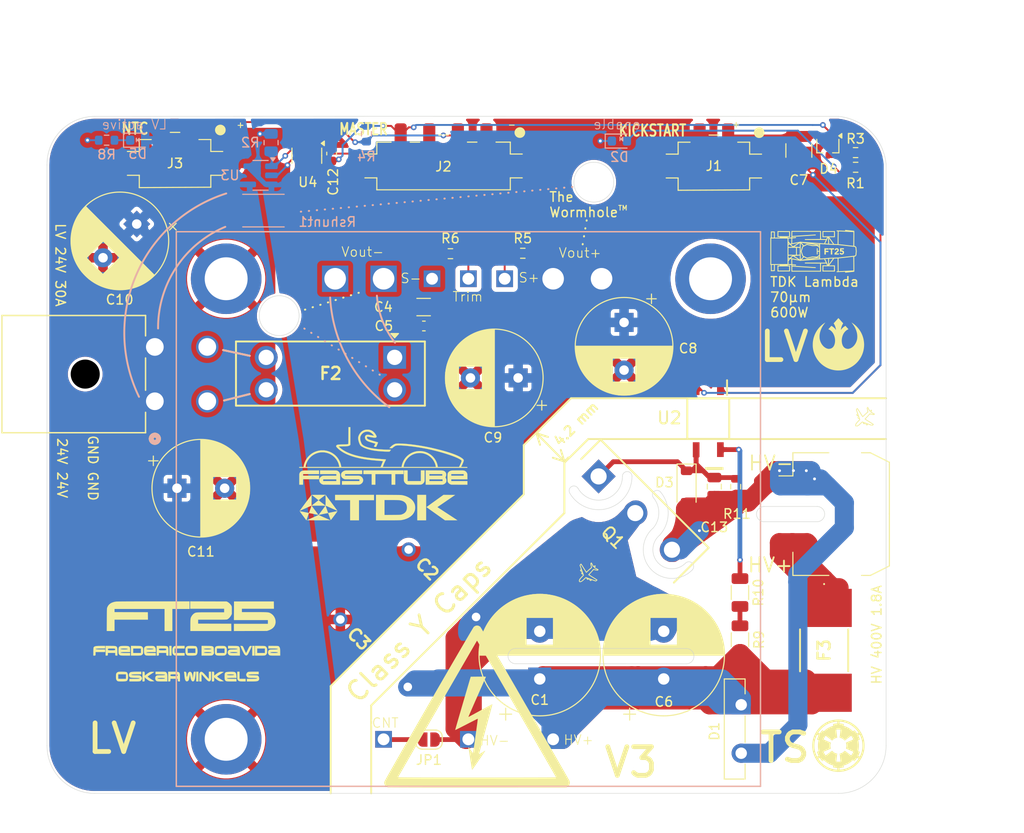
<source format=kicad_pcb>
(kicad_pcb
	(version 20241229)
	(generator "pcbnew")
	(generator_version "9.0")
	(general
		(thickness 1.67)
		(legacy_teardrops no)
	)
	(paper "A4")
	(layers
		(0 "F.Cu" mixed)
		(2 "B.Cu" mixed)
		(9 "F.Adhes" user "F.Adhesive")
		(11 "B.Adhes" user "B.Adhesive")
		(13 "F.Paste" user)
		(15 "B.Paste" user)
		(5 "F.SilkS" user "F.Silkscreen")
		(7 "B.SilkS" user "B.Silkscreen")
		(1 "F.Mask" user)
		(3 "B.Mask" user)
		(17 "Dwgs.User" user "User.Drawings")
		(19 "Cmts.User" user "User.Comments")
		(21 "Eco1.User" user "User.Eco1")
		(23 "Eco2.User" user "User.Eco2")
		(25 "Edge.Cuts" user)
		(27 "Margin" user)
		(31 "F.CrtYd" user "F.Courtyard")
		(29 "B.CrtYd" user "B.Courtyard")
		(35 "F.Fab" user)
		(33 "B.Fab" user)
		(39 "User.1" user)
		(41 "User.2" user)
		(43 "User.3" user)
		(45 "User.4" user)
		(47 "User.5" user)
		(49 "User.6" user)
		(51 "User.7" user)
		(53 "User.8" user)
		(55 "User.9" user)
	)
	(setup
		(stackup
			(layer "F.SilkS"
				(type "Top Silk Screen")
			)
			(layer "F.Paste"
				(type "Top Solder Paste")
			)
			(layer "F.Mask"
				(type "Top Solder Mask")
				(thickness 0.01)
			)
			(layer "F.Cu"
				(type "copper")
				(thickness 0.07)
			)
			(layer "dielectric 1"
				(type "core")
				(thickness 1.51)
				(material "FR4")
				(epsilon_r 4.5)
				(loss_tangent 0.02)
			)
			(layer "B.Cu"
				(type "copper")
				(thickness 0.07)
			)
			(layer "B.Mask"
				(type "Bottom Solder Mask")
				(thickness 0.01)
			)
			(layer "B.Paste"
				(type "Bottom Solder Paste")
			)
			(layer "B.SilkS"
				(type "Bottom Silk Screen")
			)
			(copper_finish "None")
			(dielectric_constraints no)
		)
		(pad_to_mask_clearance 0)
		(allow_soldermask_bridges_in_footprints no)
		(tenting front back)
		(grid_origin 154.6 131.4)
		(pcbplotparams
			(layerselection 0x00000000_00000000_55555555_5755f5ff)
			(plot_on_all_layers_selection 0x00000000_00000000_00000000_00000000)
			(disableapertmacros no)
			(usegerberextensions no)
			(usegerberattributes yes)
			(usegerberadvancedattributes yes)
			(creategerberjobfile no)
			(dashed_line_dash_ratio 12.000000)
			(dashed_line_gap_ratio 3.000000)
			(svgprecision 4)
			(plotframeref no)
			(mode 1)
			(useauxorigin yes)
			(hpglpennumber 1)
			(hpglpenspeed 20)
			(hpglpendiameter 15.000000)
			(pdf_front_fp_property_popups yes)
			(pdf_back_fp_property_popups yes)
			(pdf_metadata yes)
			(pdf_single_document no)
			(dxfpolygonmode yes)
			(dxfimperialunits yes)
			(dxfusepcbnewfont yes)
			(psnegative no)
			(psa4output no)
			(plot_black_and_white yes)
			(plotinvisibletext no)
			(sketchpadsonfab no)
			(plotpadnumbers no)
			(hidednponfab no)
			(sketchdnponfab yes)
			(crossoutdnponfab yes)
			(subtractmaskfromsilk yes)
			(outputformat 1)
			(mirror no)
			(drillshape 0)
			(scaleselection 1)
			(outputdirectory "gerber/")
		)
	)
	(net 0 "")
	(net 1 "/-VIN")
	(net 2 "GND")
	(net 3 "Net-(D4-Pad3)")
	(net 4 "/+VIN")
	(net 5 "+3V3")
	(net 6 "/LV+")
	(net 7 "/3V_buttoncell")
	(net 8 "/TEMP_TSDCDC")
	(net 9 "/HV-in")
	(net 10 "/LV_I_measure")
	(net 11 "/I_meas_weak")
	(net 12 "Net-(U1-+S)")
	(net 13 "Net-(D2-A)")
	(net 14 "Net-(D5-K)")
	(net 15 "/Vout+")
	(net 16 "Net-(R3-Pad2)")
	(net 17 "Net-(U1-TRM)")
	(net 18 "/HV+in")
	(net 19 "/Enable_G")
	(net 20 "/Enable_Opto")
	(net 21 "Net-(JP1-A)")
	(net 22 "Net-(R10-Pad1)")
	(net 23 "/Vout-")
	(footprint "Capacitor_SMD:C_1210_3225Metric" (layer "F.Cu") (at 178.85 64.58 -90))
	(footprint "Resistor_SMD:R_0603_1608Metric" (layer "F.Cu") (at 184.8 64.8))
	(footprint "footprints:airplane" (layer "F.Cu") (at 156.66 108.97 135))
	(footprint "Capacitor_SMD:C_0805_2012Metric" (layer "F.Cu") (at 169.984939 99.830663 -90))
	(footprint "footprints:VY1471M29Y5UC63V0" (layer "F.Cu") (at 130.766058 113.762876 -45))
	(footprint "footprints:rebellion" (layer "F.Cu") (at 183 84.9))
	(footprint "FaSTTUBe_connectors:Micro_Mate-N-Lok_2p_vertical" (layer "F.Cu") (at 169.94 66.21))
	(footprint "Capacitor_THT:CP_Radial_D12.5mm_P5.00mm" (layer "F.Cu") (at 151.679369 120.000968 90))
	(footprint "Capacitor_THT:CP_Radial_D10.0mm_P5.00mm" (layer "F.Cu") (at 109.411454 72.292233 -135))
	(footprint "LOGO"
		(layer "F.Cu")
		(uuid "36ea3436-548e-4414-bac1-a7348850c228")
		(at 180.33 75.14)
		(property "Reference" "G***"
			(at 0 0 0)
			(layer "F.SilkS")
			(hide yes)
			(uuid "f973503b-fa37-47d9-b20f-d30676bb0e6c")
			(effects
				(font
					(size 1.5 1.5)
					(thickness 0.3)
				)
			)
		)
		(property "Value" "LOGO"
			(at 0.75 0 0)
			(layer "F.SilkS")
			(hide yes)
			(uuid "6387be7f-2b16-465c-8f89-140f5aa812b4")
			(effects
				(font
					(size 1.5 1.5)
					(thickness 0.3)
				)
			)
		)
		(property "Datasheet" ""
			(at 0 0 0)
			(layer "F.Fab")
			(hide yes)
			(uuid "41393a24-4ba8-4af2-84c5-5556a5cd9241")
			(effects
				(font
					(size 1.27 1.27)
					(thickness 0.15)
				)
			)
		)
		(property "Description" ""
			(at 0 0 0)
			(layer "F.Fab")
			(hide yes)
			(uuid "47d9374d-4d87-4be0-875b-3451ee135b5f")
			(effects
				(font
					(size 1.27 1.27)
					(thickness 0.15)
				)
			)
		)
		(attr board_only exclude_from_pos_files exclude_from_bom)
		(fp_poly
			(pts
				(xy 2.210106 -0.240934) (xy 2.210106 -0.176067) (xy 2.115122 -0.176067) (xy 2.020138 -0.176067)
				(xy 2.020138 0.088034) (xy 2.020138 0.352134) (xy 1.948322 0.352134) (xy 1.876505 0.352134) (xy 1.876505 0.088034)
				(xy 1.876505 -0.176067) (xy 1.781521 -0.176067) (xy 1.686538 -0.176067) (xy 1.686538 -0.240935)
				(xy 1.686537 -0.305801) (xy 1.948322 -0.305801) (xy 2.210106 -0.305801)
			)
			(stroke
				(width 0)
				(type solid)
			)
			(fill yes)
			(layer "F.SilkS")
			(uuid "7df8e5e8-4ee8-444f-be4a-2fc6df64b466")
		)
		(fp_poly
			(pts
				(xy 1.644837 -0.238617) (xy 1.644837 -0.171435) (xy 1.49657 -0.171434) (xy 1.348303 -0.171434) (xy 1.348303 -0.10425)
				(xy 1.348303 -0.037067) (xy 1.484987 -0.037067) (xy 1.621671 -0.037067) (xy 1.621671 0.030116) (xy 1.621671 0.0973)
				(xy 1.484987 0.0973) (xy 1.348303 0.0973) (xy 1.348303 0.224717) (xy 1.348303 0.352134) (xy 1.27417 0.352134)
				(xy 1.200036 0.352134) (xy 1.200036 0.023167) (xy 1.200037 -0.305801) (xy 1.422437 -0.305801) (xy 1.644836 -0.305801)
			)
			(stroke
				(width 0)
				(type solid)
			)
			(fill yes)
			(layer "F.SilkS")
			(uuid "79488fa3-17fb-4e16-b5f3-2b64540a352f")
		)
		(fp_poly
			(pts
				(xy 2.532179 -0.312678) (xy 2.576155 -0.304473) (xy 2.614922 -0.2894) (xy 2.648 -0.267744) (xy 2.67491 -0.239793)
				(xy 2.695172 -0.205832) (xy 2.704208 -0.181813) (xy 2.708716 -0.159076) (xy 2.7108 -0.130942) (xy 2.71048 -0.100955)
				(xy 2.707773 -0.072656) (xy 2.703574 -0.052464) (xy 2.698715 -0.037255) (xy 2.692926 -0.02316) (xy 2.685517 -0.009402)
				(xy 2.675798 0.004797) (xy 2.663078 0.020215) (xy 2.646666 0.037632) (xy 2.625872 0.057823) (xy 2.600005 0.081568)
				(xy 2.568374 0.109644) (xy 2.53029 0.142829) (xy 2.529931 0.14314) (xy 2.430439 0.229351) (xy 2.575106 0.230575)
				(xy 2.719774 0.231799) (xy 2.719774 0.291967) (xy 2.719774 0.352134) (xy 2.490308 0.352134) (xy 2.260843 0.352134)
				(xy 2.262116 0.277056) (xy 2.263389 0.201979) (xy 2.356056 0.119177) (xy 2.402943 0.077122) (xy 2.443117 0.04073)
				(xy 2.476929 0.009665) (xy 2.504727 -0.016408) (xy 2.526863 -0.037827) (xy 2.543685 -0.054929) (xy 2.555544 -0.06805)
				(xy 2.562789 -0.077524) (xy 2.565176 -0.081851) (xy 2.5716 -0.10729) (xy 2.569746 -0.130812) (xy 2.56056 -0.15134)
				(xy 2.544994 -0.167801) (xy 2.523994 -0.179121) (xy 2.49851 -0.184225) (xy 2.475724 -0.18314) (xy 2.452963 -0.175273)
				(xy 2.433454 -0.159912) (xy 2.418912 -0.1387) (xy 2.413064 -0.123046) (xy 2.407173 -0.101018) (xy 2.367714 -0.103927)
				(xy 2.344598 -0.10571) (xy 2.320508 -0.107692) (xy 2.30031 -0.109471) (xy 2.298702 -0.109622) (xy 2.269145 -0.112408)
				(xy 2.272093 -0.14061) (xy 2.280459 -0.177948) (xy 2.296913 -0.213524) (xy 2.320278 -0.245457) (xy 2.349375 -0.271863)
				(xy 2.357833 -0.277654) (xy 2.388158 -0.29404) (xy 2.420755 -0.305158) (xy 2.458064 -0.31171) (xy 2.483473 -0.313727)
			)
			(stroke
				(width 0)
				(type solid)
			)
			(fill yes)
			(layer "F.SilkS")
			(uuid "c06ae400-d6b0-4739-b2a0-6d35249e5efc")
		)
		(fp_poly
			(pts
				(xy 3.243342 -0.245567) (xy 3.243342 -0.185334) (xy 3.111291 -0.185334) (xy 2.979241 -0.185333)
				(xy 2.979241 -0.135525) (xy 2.979241 -0.085718) (xy 3.035999 -0.085703) (xy 3.075658 -0.084189)
				(xy 3.108746 -0.079239) (xy 3.137528 -0.070212) (xy 3.16427 -0.05647) (xy 3.181956 -0.044466) (xy 3.203555 -0.026318)
				(xy 3.221029 -0.006004) (xy 3.236416 0.019128) (xy 3.246178 0.039116) (xy 3.254238 0.063529) (xy 3.259574 0.09369)
				(xy 3.261941 0.126422) (xy 3.261098 0.158544) (xy 3.257324 0.184609) (xy 3.244399 0.223685) (xy 3.224208 0.260227)
				(xy 3.198098 0.292412) (xy 3.167418 0.318418) (xy 3.150847 0.328502) (xy 3.111135 0.345164) (xy 3.066727 0.356095)
				(xy 3.020478 0.360938) (xy 2.975243 0.359334) (xy 2.945754 0.354196) (xy 2.903627 0.339619) (xy 2.867264 0.317857)
				(xy 2.836999 0.289211) (xy 2.813163 0.253981) (xy 2.79881 0.220868) (xy 2.79432 0.207035) (xy 2.791744 0.197519)
				(xy 2.791552 0.194601) (xy 2.796444 0.193609) (xy 2.808775 0.190877) (xy 2.826961 0.186759) (xy 2.849416 0.181613)
				(xy 2.863407 0.178384) (xy 2.887539 0.172819) (xy 2.908262 0.168078) (xy 2.924002 0.164518) (xy 2.933186 0.162495)
				(xy 2.934883 0.162167) (xy 2.937199 0.166065) (xy 2.941475 0.175947) (xy 2.943919 0.182163) (xy 2.957618 0.206359)
				(xy 2.976856 0.224378) (xy 2.999977 0.235881) (xy 3.025322 0.240528) (xy 3.051235 0.23798) (xy 3.076057 0.227898)
				(xy 3.095075 0.213134) (xy 3.111612 0.190456) (xy 3.120769 0.164235) (xy 3.12262 0.136431) (xy 3.117245 0.108995)
				(xy 3.10472 0.083886) (xy 3.089275 0.066498) (xy 3.070671 0.05315) (xy 3.049056 0.043822) (xy 3.022749 0.038071)
				(xy 2.990066 0.035457) (xy 2.969974 0.03519) (xy 2.940708 0.035905) (xy 2.915232 0.038169) (xy 2.889963 0.042519)
				(xy 2.861313 0.04949) (xy 2.845988 0.053732) (xy 2.835519 0.056704) (xy 2.838042 -0.086323) (xy 2.838768 -0.123978)
				(xy 2.83959 -0.160526) (xy 2.840463 -0.194417) (xy 2.841344 -0.224098) (xy 2.842188 -0.248021) (xy 2.842954 -0.264633)
				(xy 2.843135 -0.267576) (xy 2.845706 -0.305801) (xy 3.044525 -0.305801) (xy 3.243342 -0.305801)
			)
			(stroke
				(width 0)
				(type solid)
			)
			(fill yes)
			(layer "F.SilkS")
			(uuid "5a963cb9-9510-4127-9f96-127e7c222fca")
		)
		(fp_poly
			(pts
				(xy 3.38727 -2.232811) (xy 3.40086 -2.231479) (xy 3.422092 -2.229358) (xy 3.450178 -2.22653) (xy 3.484329 -2.223073)
				(xy 3.523759 -2.219069) (xy 3.567678 -2.214599) (xy 3.615297 -2.209743) (xy 3.66583 -2.204582) (xy 3.718489 -2.199197)
				(xy 3.772484 -2.193667) (xy 3.827029 -2.188075) (xy 3.881335 -2.182501) (xy 3.934614 -2.177024)
				(xy 3.986077 -2.171727) (xy 4.034939 -2.166689) (xy 4.080407 -2.161992) (xy 4.121698 -2.157716)
				(xy 4.158021 -2.153941) (xy 4.188587 -2.150748) (xy 4.200017 -2.149547) (xy 4.234253 -2.145885)
				(xy 4.265408 -2.142435) (xy 4.292316 -2.139335) (xy 4.31381 -2.136726) (xy 4.328722 -2.134745) (xy 4.335885 -2.133532)
				(xy 4.336334 -2.133359) (xy 4.336533 -2.128574) (xy 4.336655 -2.115023) (xy 4.336705 -2.093209)
				(xy 4.336684 -2.063633) (xy 4.336595 -2.026795) (xy 4.33644 -1.983198) (xy 4.336223 -1.933343) (xy 4.335944 -1.877731)
				(xy 4.335608 -1.816864) (xy 4.335216 -1.751243) (xy 4.33477 -1.681369) (xy 4.334273 -1.607743) (xy 4.333728 -1.530869)
				(xy 4.333136 -1.451244) (xy 4.332871 -1.416624) (xy 4.332241 -1.334602) (xy 4.331634 -1.254271)
				(xy 4.33105 -1.176204) (xy 4.330496 -1.10097) (xy 4.329976 -1.029142) (xy 4.329492 -0.961291) (xy 4.329052 -0.897987)
				(xy 4.328655 -0.839801) (xy 4.328308 -0.787305) (xy 4.328013 -0.741071) (xy 4.327776 -0.701668)
				(xy 4.327599 -0.669669) (xy 4.327487 -0.645643) (xy 4.327444 -0.630164) (xy 4.327444 -0.627586)
				(xy 4.327545 -0.55322) (xy 4.37377 -0.54809) (xy 4.419996 -0.542959) (xy 4.484971 -0.483626) (xy 4.505281 -0.464833)
				(xy 4.522986 -0.44798) (xy 4.537024 -0.434118) (xy 4.546333 -0.424295) (xy 4.54985 -0.419562) (xy 4.549855 -0.419489)
				(xy 4.550293 -0.414027) (xy 4.551582 -0.400285) (xy 4.55363 -0.379199) (xy 4.556344 -0.351708) (xy 4.55963 -0.31875)
				(xy 4.563396 -0.281261) (xy 4.567548 -0.240179) (xy 4.571355 -0.202709) (xy 4.592945 0.009267) (xy 4.571355 0.221242)
				(xy 4.566945 0.264663) (xy 4.562841 0.305296) (xy 4.559137 0.342206) (xy 4.555926 0.374453) (xy 4.553301 0.401102)
				(xy 4.551353 0.421213) (xy 4.550178 0.433849) (xy 4.549855 0.438022) (xy 4.546612 0.442512) (xy 4.537531 0.452137)
				(xy 4.523674 0.465847) (xy 4.506105 0.482593) (xy 4.485885 0.501324) (xy 4.484971 0.50216) (xy 4.419997 0.561493)
				(xy 4.373769 0.566623) (xy 4.327545 0.571753) (xy 4.327444 0.646119) (xy 4.327469 0.65926) (xy 4.327563 0.681097)
				(xy 4.327723 0.711058) (xy 4.327945 0.748571) (xy 4.328225 0.793067) (xy 4.328559 0.843974) (xy 4.328943 0.90072)
				(xy 4.329373 0.962734) (xy 4.329846 1.029446) (xy 4.330356 1.100286) (xy 4.330901 1.17468) (xy 4.331477 1.252059)
				(xy 4.332079 1.33185) (xy 4.332704 1.413485) (xy 4.332871 1.435157) (xy 4.333481 1.5158) (xy 4.334047 1.593906)
				(xy 4.334564 1.668978) (xy 4.335032 1.740512) (xy 4.335447 1.808006) (xy 4.335808 1.870958) (xy 4.336111 1.928869)
				(xy 4.336355 1.981237) (xy 4.336537 2.02756) (xy 4.336653 2.067337) (xy 4.336704 2.100067) (xy 4.336685 2.125248)
				(xy 4.336594 2.142379) (xy 4.336429 2.150958) (xy 4.336335 2.151893) (xy 4.331377 2.152884) (xy 4.318367 2.15468)
				(xy 4.298472 2.157138) (xy 4.272859 2.160123) (xy 4.242694 2.163495) (xy 4.209148 2.167117) (xy 4.200017 2.168082)
				(xy 4.172233 2.170992) (xy 4.138346 2.174521) (xy 4.099146 2.178586) (xy 4.055419 2.183108) (xy 4.007954 2.188005)
				(xy 3.957539 2.193199) (xy 3.904962 2.198607) (xy 3.851011 2.204148) (xy 3.796475 2.209742) (xy 3.742141 2.215309)
				(xy 3.688796 2.220768) (xy 3.63723 2.226037) (xy 3.588231 2.231037) (xy 3.542586 2.235687) (xy 3.501083 2.239906)
				(xy 3.464512 2.243614) (xy 3.433658 2.246729) (xy 3.409312 2.249172) (xy 3.39226 2.250859) (xy 3.383291 2.251715)
				(xy 3.382109 2.251806) (xy 3.380255 2.247528) (xy 3.378178 2.23608) (xy 3.376217 2.219545) (xy 3.37545 2.210835)
				(xy 3.3736 2.191763) (xy 3.371439 2.175942) (xy 3.369333 2.165869) (xy 3.368582 2.163999) (xy 3.368194 2.163123)
				(xy 3.367841 2.162336) (xy 3.367055 2.161657) (xy 3.365358 2.161104) (xy 3.362276 2.160697) (xy 3.357337 2.160453)
				(xy 3.350069 2.160392) (xy 3.339994 2.160532) (xy 3.32664 2.16089) (xy 3.309536 2.161487) (xy 3.288204 2.162341)
				(xy 3.26217 2.16347) (xy 3.230964 2.164892) (xy 3.19411 2.166627) (xy 3.151135 2.168692) (xy 3.101565 2.171107)
				(xy 3.044926 2.17389) (xy 2.980744 2.177059) (xy 2.908545 2.180634) (xy 2.827857 2.184632) (xy 2.773776 2.187311)
				(xy 2.723126 2.189773) (xy 2.675244 2.19201) (xy 2.630927 2.19399) (xy 2.590972 2.195683) (xy 2.556177 2.197057)
				(xy 2.52734 2.198081) (xy 2.505257 2.198724) (xy 2.490727 2.198954) (xy 2.484548 2.198738) (xy 2.484397 2.198675)
				(xy 2.482972 2.193086) (xy 2.4815 2.180449) (xy 2.480208 2.162975) (xy 2.479683 2.152716) (xy 2.477796 2.109587)
				(xy 2.502643 2.106603) (xy 2.520245 2.105084) (xy 2.542271 2.103995) (xy 2.563398 2.103579) (xy 2.599307 2.103539)
				(xy 2.599205 2.03983) (xy 2.599136 2.026958) (xy 2.59896 2.005475) (xy 2.598682 1.976034) (xy 2.598313 1.939289)
				(xy 2.597857 1.895895) (xy 2.597323 1.846507) (xy 2.596718 1.791777) (xy 2.596049 1.732363) (xy 2.595323 1.668916)
				(xy 2.594547 1.602089) (xy 2.593729 1.53254) (xy 2.592876 1.460921) (xy 2.592357 1.417804) (xy 2.591488 1.345622)
				(xy 2.590651 1.275356) (xy 2.589851 1.207638) (xy 2.589097 1.143098) (xy 2.588395 1.08237) (xy 2.587752 1.026085)
				(xy 2.587175 0.974875) (xy 2.586672 0.929372) (xy 2.58625 0.890208) (xy 2.585916 0.858015) (xy 2.585677 0.833425)
				(xy 2.585539 0.817069) (xy 2.585508 0.811266) (xy 2.585407 0.763045) (xy 2.477681 0.76615) (xy 2.420738 0.767807)
				(xy 2.372367 0.769264) (xy 2.331872 0.770562) (xy 2.298559 0.771745) (xy 2.271738 0.772854) (xy 2.250712 0.773931)
				(xy 2.234789 0.775018) (xy 2.223275 0.776158) (xy 2.215478 0.777392) (xy 2.210703 0.778764) (xy 2.208257 0.780313)
				(xy 2.207447 0.782084) (xy 2.207419 0.782564) (xy 2.204733 0.787317) (xy 2.196946 0.798996) (xy 2.184444 0.817061)
				(xy 2.167617 0.84097) (xy 2.146849 0.870183) (xy 2.122527 0.90416) (xy 2.09504 0.94236) (xy 2.064773 0.984242)
				(xy 2.032115 1.029266) (xy 1.99745 1.07689) (xy 1.961168 1.126575) (xy 1.960005 1.128165) (xy 1.923623 1.177986)
				(xy 1.888809 1.225823) (xy 1.855956 1.271128) (xy 1.825453 1.313354) (xy 1.797694 1.351955) (xy 1.773068 1.386383)
				(xy 1.751966 1.416092) (xy 1.734781 1.440534) (xy 1.721903 1.459162) (xy 1.713724 1.47143) (xy 1.710635 1.47679)
				(xy 1.710627 1.476824) (xy 1.708624 1.487304) (xy 2.003382 1.487304) (xy 2.298139 1.487304) (xy 2.298144 1.583446)
				(xy 2.298213 1.608384) (xy 2.298406 1.641116) (xy 2.29871 1.680174) (xy 2.299111 1.724089) (xy 2.299595 1.771389)
				(xy 2.300147 1.820606) (xy 2.300755 1.870268) (xy 2.301218 1.905463) (xy 2.304286 2.131339) (xy 1.647305 2.131339)
				(xy 0.990323 2.131339) (xy 0.993195 2.113964) (xy 0.993689 2.106417) (xy 0.994158 2.090423) (xy 0.994594 2.066805)
				(xy 0.99496 2.038672) (xy 1.08875 2.038672) (xy 1.647111 2.038672) (xy 2.205472 2.038672) (xy 2.205472 1.809321)
				(xy 2.205472 1.579971) (xy 1.656421 1.579199) (xy 1.585739 1.579096) (xy 1.517565 1.578991) (xy 1.452484 1.578885)
				(xy 1.391074 1.578779) (xy 1.333918 1.578675) (xy 1.281595 1.578571) (xy 1.234689 1.578472) (xy 1.193778 1.578378)
				(xy 1.159447 1.57829) (xy 1.132272 1.578209) (xy 1.112838 1.578137) (xy 1.101725 1.578074) (xy 1.099261 1.57804)
				(xy 1.097423 1.578408) (xy 1.095875 1.580202) (xy 1.094589 1.584173) (xy 1.093535 1.591074) (xy 1.092682 1.601656)
				(xy 1.091999 1.61667) (xy 1.091456 1.636869) (xy 1.091023 1.663004) (xy 1.090669 1.695827) (xy 1.090364 1.736087)
				(xy 1.090077 1.784539) (xy 1.089951 1.808163) (xy 1.08875 2.038672) (xy 0.99496 2.038672) (xy 0.99499 2.036382)
				(xy 0.995338 1.999975) (xy 0.995631 1.958404) (xy 0.995862 1.912492) (xy 0.996024 1.863057) (xy 0.996108 1.810921)
				(xy 0.996118 1.78963) (xy 0.996169 1.482671) (xy 1.242123 1.482671) (xy 1.291787 1.482595) (xy 1.337431 1.482378)
				(xy 1.378334 1.48203) (xy 1.413769 1.481564) (xy 1.443013 1.480992) (xy 1.465339 1.480327) (xy 1.480024 1.47958)
				(xy 1.486341 1.478764) (xy 1.486531 1.478558) (xy 1.484152 1.47334) (xy 1.478357 1.461039) (xy 1.469747 1.442919)
				(xy 1.458926 1.420247) (xy 1.446495 1.394288) (xy 1.441011 1.382862) (xy 1.397037 1.291279) (xy 1.283478 1.294298)
				(xy 1.249685 1.295057) (xy 1.208904 1.295746) (xy 1.163413 1.296342) (xy 1.11549 1.296818) (xy 1.067413 1.297151)
				(xy 1.021462 1.297314) (xy 1.006594 1.297327) (xy 0.843269 1.297337) (xy 0.843269 1.721288) (xy 0.843269 2.145239)
				(xy -0.708148 2.145239) (xy -2.259563 2.145239) (xy -2.262634 1.935978) (xy -2.263315 1.886185)
				(xy -2.263944 1.833688) (xy -2.264503 1.780411) (xy -2.264976 1.728276) (xy -2.265345 1.679207)
				(xy -2.265592 1.635127) (xy -2.265702 1.59796) (xy -2.265706 1.590794) (xy -2.265739 1.55167) (xy -2.265876 1.520834)
				(xy -2.266173 1.497306) (xy -2.266692 1.480108) (xy -2.26749 1.46826) (xy -2.268626 1.460783) (xy -2.270157 1.456697)
				(xy -2.272141 1.455025) (xy -2.273814 1.454766) (xy -2.280294 1.454537) (xy -2.294854 1.453935)
				(xy -2.316319 1.453013) (xy -2.343512 1.451821) (xy -2.37526 1.450411) (xy -2.410382 1.448834) (xy -2.43019 1.447939)
				(xy -2.468142 1.446262) (xy -2.504686 1.44473) (xy -2.538371 1.443397) (xy -2.567745 1.442318) (xy -2.591357 1.441547)
				(xy -2.607758 1.441142) (xy -2.612049 1.441093) (xy -2.64564 1.44097) (xy -2.64564 1.468771) (xy -2.645639 1.496571)
				(xy -2.525331 1.496571) (xy -2.405021 1.496571) (xy -2.403705 1.805846) (xy -2.403515 1.858546)
				(xy -2.403401 1.908502) (xy -2.40336 1.954946) (xy -2.40339 1.997109) (xy -2.403489 2.034222) (xy -2.403653 2.065515)
				(xy -2.403881 2.090221) (xy -2.404171 2.107569) (xy -2.404518 2.116791) (xy -2.404706 2.118106)
				(xy -2.409529 2.11848) (xy -2.423095 2.118886) (xy -2.44488 2.119321) (xy -2.474362 2.119778) (xy -2.511016 2.120253)
				(xy -2.554319 2.12074) (xy -2.603749 2.121235) (xy -2.658781 2.121732) (xy -2.718891 2.122227) (xy -2.783558 2.122715)
				(xy -2.852257 2.12319) (xy -2.924462 2.123648) (xy -2.999654 2.124083) (xy -3.0638 2.124423) (xy -3.720577 2.127757)
				(xy -3.720577 1.81448) (xy -3.720577 1.593871) (xy -3.62791 1.593871) (xy -3.62791 1.814711) (xy -3.62791 2.03555)
				(xy -3.411698 2.032478) (xy -3.369215 2.031948) (xy -3.31891 2.031448) (xy -3.262228 2.030984) (xy -3.200615 2.030565)
				(xy -3.135516 2.030198) (xy -3.068375 2.029891) (xy -3.000637 2.029653) (xy -2.933749 2.02949) (xy -2.869154 2.029412)
				(xy -2.846385 2.029405) (xy -2.497283 2.029405) (xy -2.498486 1.81048) (xy -2.49969 1.591554) (xy -2.537915 1.591676)
				(xy -2.547579 1.591701) (xy -2.565869 1.591743) (xy -2.592146 1.591801) (xy -2.62577 1.591872) (xy -2.666099 1.591957)
				(xy -2.712496 1.592053) (xy -2.764319 1.592159) (xy -2.820929 1.592274) (xy -2.881685 1.592396)
				(xy -2.945948 1.592525) (xy -3.013077 1.592659) (xy -3.082432 1.592796) (xy -3.102025 1.592834)
				(xy -3.62791 1.593871) (xy -3.720577 1.593871) (xy -3.720577 1.501204) (xy -3.654551 1.501183) (xy -3.624666 1.500936)
				(xy -3.592334 1.500279) (xy -3.561481 1.499312) (xy -3.536401 1.498158) (xy -3.484276 1.495155)
				(xy -3.484276 1.468063) (xy -3.484276 1.44097) (xy -3.740716 1.44097) (xy -3.997156 1.44097) (xy -4.000524 1.764101)
				(xy -4.001097 1.817922) (xy -4.001663 1.868962) (xy -4.002214 1.916476) (xy -4.002738 1.959718)
				(xy -4.003227 1.997942) (xy -4.00367 2.030405) (xy -4.004058 2.056359) (xy -4.004382 2.07506) (xy -4.004631 2.085762)
				(xy -4.004755 2.088096) (xy -4.009616 2.088576) (xy -4.02259 2.089168) (xy -4.042528 2.089847) (xy -4.068278 2.090589)
				(xy -4.098689 2.091373) (xy -4.132609 2.092176) (xy -4.168888 2.092974) (xy -4.206373 2.093745)
				(xy -4.243913 2.094466) (xy -4.28036 2.095114) (xy -4.314559 2.095667) (xy -4.34536 2.096101) (xy -4.371612 2.096393)
				(xy -4.392163 2.096521) (xy -4.405862 2.096463) (xy -4.411559 2.096194) (xy -4.41163 2.096166) (xy -4.412287 2.091243)
				(xy -4.412909 2.077802) (xy -4.413489 2.056593) (xy -4.414016 2.028365) (xy -4.414482 1.993867)
				(xy -4.414878 1.953848) (xy -4.415193 1.909058) (xy -4.415422 1.860246) (xy -4.415551 1.808161)
				(xy -4.415578 1.769665) (xy -4.415578 1.445919) (xy -4.322912 1.44592) (xy -4.322911 1.632667) (xy -4.32283 1.677998)
				(xy -4.322597 1.724363) (xy -4.322233 1.770035) (xy -4.321755 1.813286) (xy -4.321184 1.852391)
				(xy -4.320538 1.885623) (xy -4.319861 1.910511) (xy -4.31681 2.001605) (xy -4.27237 2.001588) (xy -4.250095 2.001348)
				(xy -4.222113 2.000707) (xy -4.191967 1.999762) (xy -4.163205 1.99861) (xy -4.162654 1.998585) (xy -4.09738 1.995599)
				(xy -4.094329 1.722449) (xy -4.093807 1.672987) (xy -4.093375 1.626306) (xy -4.093037 1.583227)
				(xy -4.092796 1.544568) (xy -4.092653 1.51115) (xy -4.092615 1.483793) (xy -4.092685 1.463316) (xy -4.092866 1.450539)
				(xy -4.09313 1.446294) (xy -4.09808 1.445515) (xy -4.111021 1.444917) (xy -4.130668 1.444519) (xy -4.155749 1.444338)
				(xy -4.184984 1.444394) (xy -4.208947 1.444604) (xy -4.322912 1.44592) (xy -4.415578 1.445919) (xy -4.415578 1.445604)
				(xy -4.44609 1.445604) (xy -4.476601 1.445603) (xy -4.472918 1.340195) (xy -4.472551 1.32484) (xy -4.472203 1.300703)
				(xy -4.471875 1.268271) (xy -4.471567 1.22803) (xy -4.471279 1.180464) (xy -4.47101 1.126058) (xy -4.470761 1.065302)
				(xy -4.470532 0.998677) (xy -4.470323 0.92667) (xy -4.470132 0.849767) (xy -4.469964 0.768454) (xy -4.469814 0.683216)
				(xy -4.469683 0.594538) (xy -4.469572 0.502907) (xy -4.469482 0.408808) (xy -4.469412 0.312726)
				(xy -4.469361 0.215146) (xy -4.469329 0.116557) (xy -4.469318 0.017441) (xy -4.469319 0.009267)
				(xy -4.376195 0.009267) (xy -4.376195 1.348304) (xy -3.921735 1.348303) (xy -3.84542 1.348265) (xy -3.763054 1.348156)
				(xy -3.676284 1.347978) (xy -3.586755 1.34774) (xy -3.496112 1.347448) (xy -3.4755 1.34737) (xy -2.566874 1.347369)
				(xy -2.510115 1.350271) (xy -2.485398 1.351507) (xy -2.454562 1.353009) (xy -2.420743 1.354622)
				(xy -2.387079 1.356201) (xy -2.369956 1.35699) (xy -2.342439 1.358262) (xy -2.317591 1.359435) (xy -2.297116 1.360426)
				(xy -2.28272 1.361153) (xy -2.27648 1.361507) (xy -2.266404 1.362204) (xy -2.268995 1.099261) (xy -2.269489 1.050816)
				(xy -2.269988 1.005216) (xy -2.270479 0.963292) (xy -2.270952 0.925869) (xy -2.271395 0.893779)
				(xy -2.271407 0.893007) (xy -2.176597 0.893007) (xy -2.176496 0.920555) (xy -2.176287 0.953996)
				(xy -2.175973 0.992488) (xy -2.175561 1.035186) (xy -2.175055 1.081248) (xy -2.174701 1.110891)
				(xy -2.17154 1.365972) (xy -2.129432 1.368977) (xy -2.067771 1.373609) (xy -2.010185 1.378392) (xy -1.957281 1.383255)
				(xy -1.909674 1.388125) (xy -1.867971 1.39293) (xy -1.832783 1.397595) (xy -1.80472 1.40205) (xy -1.784393 1.406223)
				(xy -1.772412 1.410037) (xy -1.769774 1.411753) (xy -1.769529 1.417538) (xy -1.771735 1.42998) (xy -1.775956 1.446925)
				(xy -1.778921 1.457187) (xy -1.785239 1.477077) (xy -1.790133 1.489488) (xy -1.794401 1.495928)
				(xy -1.798845 1.497914) (xy -1.800426 1.497857) (xy -1.808153 1.49683) (xy -1.823059 1.494741) (xy -1.843149 1.491874)
				(xy -1.866434 1.488511) (xy -1.871871 1.48772) (xy -1.897523 1.484335) (xy -1.929466 1.480654) (xy -1.964746 1.476986)
				(xy -2.000406 1.473642) (xy -2.027089 1.471419) (xy -2.057452 1.46905) (xy -2.086497 1.466764) (xy -2.112259 1.464717)
				(xy -2.132778 1.463064) (xy -2.146087 1.461962) (xy -2.146397 1.461935) (xy -2.173039 1.459646)
				(xy -2.173039 1.489692) (xy -2.172691 1.506113) (xy -2.171285 1.515262) (xy -2.168279 1.519122)
				(xy -2.164797 1.519737) (xy -2.158723 1.520031) (xy -2.144281 1.520874) (xy -2.12235 1.522213) (xy -2.093809 1.52399)
				(xy -2.059538 1.526152) (xy -2.020415 1.528643) (xy -1.977319 1.531407) (xy -1.93113 1.534389) (xy -1.906488 1.535988)
				(xy -1.854929 1.539338) (xy -1.80268 1.542728) (xy -1.751135 1.546071) (xy -1.701688 1.549275) (xy -1.655732 1.55225)
				(xy -1.614661 1.554907) (xy -1.579869 1.557154) (xy -1.552749 1.558901) (xy -1.549854 1.559087)
				(xy -1.519396 1.561047) (xy -1.481663 1.56348) (xy -1.438624 1.566258) (xy -1.392251 1.569254) (xy -1.344516 1.57234)
				(xy -1.297389 1.575391) (xy -1.264903 1.577495) (xy -1.217015 1.580596) (xy -1.16498 1.583963) (xy -1.111213 1.587439)
				(xy -1.058137 1.590868) (xy -1.008165 1.594093) (xy -0.963719 1.596959) (xy -0.942887 1.598301)
				(xy -0.897305 1.601236) (xy -0.845716 1.60456) (xy -0.791355 1.608063) (xy -0.737462 1.611537) (xy -0.687275 1.614773)
				(xy -0.655619 1.616816) (xy -0.610848 1.619703) (xy -0.559926 1.622982) (xy -0.505948 1.626455)
				(xy -0.452011 1.629924) (xy -0.401211 1.633186) (xy -0.363718 1.635592) (xy -0.328419 1.637861)
				(xy -0.285555 1.640625) (xy -0.236806 1.643776) (xy -0.183852 1.647202) (xy -0.128376 1.650799)
				(xy -0.072057 1.654455) (xy -0.016577 1.658062) (xy 0.031407 1.661186) (xy 0.078504 1.664246) (xy 0.122931 1.667115)
				(xy 0.163807 1.669738) (xy 0.200251 1.672059) (xy 0.231381 1.674022) (xy 0.256316 1.675572) (xy 0.274174 1.676652)
				(xy 0.284073 1.677206) (xy 0.285714 1.677271) (xy 0.289145 1.678355) (xy 0.291125 1.682707) (xy 0.291847 1.691981)
				(xy 0.291504 1.70783) (xy 0.290854 1.721421) (xy 0.289553 1.740799) (xy 0.287959 1.756543) (xy 0.286321 1.766454)
				(xy 0.285478 1.768637) (xy 0.280651 1.768608) (xy 0.266958 1.768) (xy 0.24478 1.766836) (xy 0.214499 1.765141)
				(xy 0.176497 1.762937) (xy 0.131153 1.76025) (xy 0.078851 1.757101) (xy 0.019972 1.753516) (xy -0.045106 1.749517)
				(xy -0.115998 1.745128) (xy -0.192324 1.740372) (xy -0.273703 1.735274) (xy -0.359753 1.729857)
				(xy -0.450093 1.724144) (xy -0.544342 1.718159) (xy -0.642118 1.711925) (xy -0.743041 1.705468)
				(xy -0.846728 1.698808) (xy -0.944155 1.692531) (xy -1.050013 1.6857) (xy -1.153439 1.679031) (xy -1.254052 1.67255)
				(xy -1.351472 1.666279) (xy -1.445319 1.660243) (xy -1.535212 1.654466) (xy -1.620772 1.648974)
				(xy -1.701618 1.643789) (xy -1.77737 1.638936) (xy -1.847648 1.634441) (xy -1.912071 1.630326) (xy -1.97026 1.626617)
				(xy -2.021834 1.623337) (xy -2.066412 1.620512) (xy -2.103615 1.618164) (xy -2.133063 1.61632) (xy -2.154375 1.615002)
				(xy -2.167171 1.614236) (xy -2.171095 1.614039) (xy -2.171128 1.618662) (xy -2.171074 1.631645)
				(xy -2.170943 1.652082) (xy -2.170742 1.679067) (xy -2.170476 1.711694) (xy -2.170155 1.749057)
				(xy -2.169782 1.790249) (xy -2.169374 1.833647) (xy -2.167282 2.052572) (xy -0.707684 2.052572)
				(xy 0.751913 2.052572) (xy 0.748501 1.676113) (xy 0.747965 1.617934) (xy 0.747438 1.562492) (xy 0.746927 1.510476)
				(xy 0.746439 1.462575) (xy 0.745982 1.419482) (xy 0.745565 1.381879) (xy 0.745193 1.350461) (xy 0.744876 1.325917)
				(xy 0.74462 1.308934) (xy 0.744433 1.300203) (xy 0.74437 1.299146) (xy 0.739738 1.29906) (xy 0.726314 1.298912)
				(xy 0.704572 1.298707) (xy 0.674985 1.29845) (xy 0.63803 1.298141) (xy 0.594179 1.297786) (xy 0.543907 1.297389)
				(xy 0.487688 1.296953) (xy 0.425996 1.296482) (xy 0.359306 1.295979) (xy 0.288092 1.295448) (xy 0.212828 1.294894)
				(xy 0.133988 1.294318) (xy 0.052047 1.293726) (xy -0.032522 1.293121) (xy -0.050967 1.292989) (xy -0.136082 1.292366)
				(xy -0.218697 1.291727) (xy -0.298338 1.291076) (xy -0.374525 1.29042) (xy -0.446785 1.289762) (xy -0.51464 1.289109)
				(xy -0.577615 1.288467) (xy -0.635234 1.287838) (xy -0.687017 1.287229) (xy -0.732492 1.286647)
				(xy -0.771182 1.286094) (xy -0.80261 1.285578) (xy -0.8263 1.285103) (xy -0.841774 1.284674) (xy -0.848559 1.284296)
				(xy -0.848834 1.284224) (xy -0.849966 1.278521) (xy -0.850313 1.265798) (xy -0.849853 1.248265)
				(xy -0.849272 1.23771) (xy -0.84646 1.194313) (xy -0.241371 1.198332) (xy -0.165921 1.198806) (xy -0.087571 1.199245)
				(xy -0.006827 1.199647) (xy 0.075804 1.200015) (xy 0.159817 1.200345) (xy 0.244705 1.200641) (xy 0.329962 1.2009)
				(xy 0.415083 1.201123) (xy 0.49956 1.201308) (xy 0.582888 1.201456) (xy 0.664561 1.201569) (xy 0.744073 1.201645)
				(xy 0.820918 1.20168) (xy 0.894589 1.201678) (xy 0.964581 1.20164) (xy 1.030387 1.201562) (xy 1.091501 1.201446)
				(xy 1.147417 1.20129) (xy 1.19763 1.201096) (xy 1.241632 1.200862) (xy 1.278919 1.200589) (xy 1.308983 1.200276)
				(xy 1.331319 1.199923) (xy 1.34542 1.19953) (xy 1.35078 1.199096) (xy 1.350806 1.199078) (xy 1.349214 1.19475)
				(xy 1.344123 1.183101) (xy 1.336024 1.165174) (xy 1.325408 1.142014) (xy 1.312764 1.114663) (xy 1.298583 1.084164)
				(xy 1.283355 1.051563) (xy 1.26757 1.0179) (xy 1.251718 0.984222) (xy 1.23629 0.951571) (xy 1.221776 0.920988)
				(xy 1.208665 0.893521) (xy 1.197449 0.87021) (xy 1.188618 0.852101) (xy 1.18266 0.840235) (xy 1.180095 0.835685)
				(xy 1.175226 0.835695) (xy 1.161554 0.836353) (xy 1.139522 0.83763) (xy 1.10957 0.839495) (xy 1.07214 0.84192)
				(xy 1.027672 0.844876) (xy 0.976607 0.848331) (xy 0.919386 0.852257) (xy 0.85645 0.856627) (xy 0.788239 0.861409)
				(xy 0.715194 0.866573) (xy 0.685735 0.868667) (xy 0.663095 0.870269) (xy 0.632355 0.872428) (xy 0.594658 0.875065)
				(xy 0.551149 0.8781) (xy 0.502971 0.881454) (xy 0.451269 0.885047) (xy 0.397186 0.888799) (xy 0.341867 0.89263)
				(xy 0.286456 0.896461) (xy 0.284951 0.896566) (xy 0.176937 0.90403) (xy 0.077696 0.910891) (xy -0.013246 0.917182)
				(xy -0.09636 0.922935) (xy -0.172119 0.928184) (xy -0.240997 0.932962) (xy -0.303464 0.9373) (xy -0.359995 0.941234)
				(xy -0.411061 0.944794) (xy -0.457135 0.948013) (xy -0.49869 0.950924) (xy -0.536198 0.953561) (xy -0.549051 0.954467)
				(xy -0.578891 0.956562) (xy -0.616558 0.95919) (xy -0.660642 0.962254) (xy -0.709728 0.965655) (xy -0.7624 0.969296)
				(xy -0.817245 0.973079) (xy -0.872847 0.976906) (xy -0.927792 0.980679) (xy -0.949836 0.98219) (xy -1.01286 0.986511)
				(xy -1.067275 0.990257) (xy -1.113708 0.993486) (xy -1.152795 0.996259) (xy -1.185167 0.998635)
				(xy -1.211458 1.000672) (xy -1.232301 1.002429) (xy -1.248327 1.003966) (xy -1.26017 1.005342) (xy -1.268462 1.006617)
				(xy -1.273837 1.007848) (xy -1.276926 1.009095) (xy -1.278363 1.010417) (xy -1.27878 1.011874) (xy -1.278804 1.012926)
				(xy -1.282603 1.018344) (xy -1.286912 1.019325) (xy -1.292531 1.018476) (xy -1.306619 1.016012)
				(xy -1.328539 1.012051) (xy -1.357656 1.006711) (xy -1.393335 1.000111) (xy -1.434941 0.992369)
				(xy -1.481838 0.983603) (xy -1.533392 0.973932) (xy -1.588967 0.963474) (xy -1.647926 0.952347)
				(xy -1.709637 0.94067) (xy -1.734781 0.935903) (xy -1.797241 0.924076) (xy -1.857088 0.912784) (xy -1.913699 0.902139)
				(xy -1.953465 0.894691) (xy -1.182718 0.894691) (xy -1.181463 0.896526) (xy -1.178384 0.896375)
				(xy -1.172445 0.895435) (xy -1.157826 0.893191) (xy -1.135011 0.889716) (xy -1.104486 0.885085)
				(xy -1.066734 0.879368) (xy -1.022239 0.87264) (xy -0.971486 0.864975) (xy -0.914959 0.856444) (xy -0.853143 0.847121)
				(xy -0.786521 0.837079) (xy -0.736248 0.829506) (xy 1.283437 0.829506) (xy 1.285371 0.83409) (xy 1.290948 0.846313)
				(xy 1.299823 0.865444) (xy 1.311656 0.890755) (xy 1.326103 0.921518) (xy 1.342822 0.957002) (xy 1.361471 0.99648)
				(xy 1.381708 1.039222) (xy 1.403189 1.0845) (xy 1.404312 1.086863) (xy 1.426648 1.133895) (xy 1.448401 1.179705)
				(xy 1.46914 1.223387) (xy 1.488433 1.264033) (xy 1.50585 1.300734) (xy 1.52096 1.332582) (xy 1.53333 1.358667)
				(xy 1.542531 1.378082) (xy 1.547623 1.388845) (xy 1.556963 1.407744) (xy 1.565324 1.423077) (xy 1.571732 1.433155)
				(xy 1.575015 1.436337) (xy 1.580188 1.435472) (xy 1.580479 1.435179) (xy 1.580745 1.430338) (xy 1.581201 1.417174)
				(xy 1.581825 1.396605) (xy 1.582595 1.369556) (xy 1.58344 1.338627) (xy 1.677952 1.338627) (xy 1.678207 1.349718)
				(xy 1.678783 1.352937) (xy 1.681828 1.348916) (xy 1.689917 1.337994) (xy 1.702623 1.320751) (xy 1.719521 1.297767)
				(xy 1.740185 1.269622) (xy 1.764191 1.236896) (xy 1.791111 1.200169) (xy 1.820521 1.160021) (xy 1.851995 1.117032)
				(xy 1.885108 1.071782) (xy 1.889579 1.065669) (xy 1.9228 1.020219) (xy 1.954356 0.976973) (xy 1.983829 0.936509)
				(xy 2.010802 0.899402) (xy 2.034857 0.866229) (xy 2.055579 0.837567) (xy 2.072549 0.813991) (xy 2.085351 0.796077)
				(xy 2.093565 0.784403) (xy 2.096777 0.779544) (xy 2.096803 0.77944) (xy 2.092053 0.779288) (xy 2.079195 0.779455)
				(xy 2.059383 0.779902) (xy 2.033769 0.780591) (xy 2.003504 0.78148) (xy 1.969743 0.782532) (xy 1.933637 0.783705)
				(xy 1.896338 0.784961) (xy 1.859 0.786261) (xy 1.822775 0.787565) (xy 1.788815 0.788832) (xy 1.758272 0.790024)
				(xy 1.7323 0.791103) (xy 1.712051 0.792025) (xy 1.698677 0.792754) (xy 1.693331 0.79325) (xy 1.693288 0.793274)
				(xy 1.692863 0.798069) (xy 1.692256 0.811168) (xy 1.691498 0.83161) (xy 1.690619 0.858433) (xy 1.68965 0.890677)
				(xy 1.688622 0.92738) (xy 1.687565 0.967583) (xy 1.686964 0.991606) (xy 1.685818 1.037429) (xy 1.684622 1.083742)
				(xy 1.683421 1.128973) (xy 1.682258 1.171551) (xy 1.681174 1.209907) (xy 1.680215 1.242468) (xy 1.67942 1.267665)
				(xy 1.679281 1.271853) (xy 1.678498 1.298287) (xy 1.678052 1.321014) (xy 1.677952 1.338627) (xy 1.58344 1.338627)
				(xy 1.583486 1.336946) (xy 1.584477 1.299698) (xy 1.585544 1.258732) (xy 1.586665 1.214971) (xy 1.587817 1.169336)
				(xy 1.588978 1.122747) (xy 1.590124 1.076128) (xy 1.591233 1.030398) (xy 1.592282 0.98648) (xy 1.593248 0.945295)
				(xy 1.594108 0.907765) (xy 1.594839 0.874811) (xy 1.59542 0.847353) (xy 1.595825 0.826315) (xy 1.596035 0.812617)
				(xy 1.596025 0.807181) (xy 1.596013 0.807129) (xy 1.591202 0.806917) (xy 1.578503 0.807354) (xy 1.559214 0.808346)
				(xy 1.534635 0.809802) (xy 1.506062 0.811628) (xy 1.474798 0.813732) (xy 1.442139 0.816019) (xy 1.409386 0.818398)
				(xy 1.377836 0.820775) (xy 1.348789 0.823057) (xy 1.323544 0.825151) (xy 1.303399 0.826965) (xy 1.289654 0.828405)
				(xy 1.283607 0.829379) (xy 1.283437 0.829506) (xy -0.736248 0.829506) (xy -0.715578 0.826391) (xy -0.714841 0.82628)
				(xy -0.081856 0.82628) (xy -0.08122 0.829034) (xy -0.078767 0.829369) (xy -0.074953 0.827674) (xy -0.075678 0.82628)
				(xy -0.081177 0.825725) (xy -0.081856 0.82628) (xy -0.714841 0.82628) (xy -0.698092 0.823757) (xy -0.055333 0.823758)
				(xy -0.054628 0.823962) (xy -0.053461 0.824142) (xy -0.053284 0.824173) (xy -0.048025 0.823996)
				(xy -0.034245 0.823225) (xy -0.012669 0.821909) (xy 0.01598 0.820095) (xy 0.050977 0.817829) (xy 0.0916 0.81516)
				(xy 0.137123 0.812133) (xy 0.186823 0.808798) (xy 0.239976 0.8052) (xy 0.295858 0.801388) (xy 0.301167 0.801024)
				(xy 0.35717 0.797173) (xy 0.410437 0.793485) (xy 0.460255 0.790012) (xy 0.505907 0.786803) (xy 0.546678 0.783911)
				(xy 0.581854 0.781386) (xy 0.610719 0.779279) (xy 0.632557 0.777641) (xy 0.646656 0.776524) (xy 0.652295 0.775979)
				(xy 0.652368 0.775957) (xy 0.652881 0.771144) (xy 0.652861 0.75965) (xy 0.652367 0.745275) (xy 0.650985 0.715685)
				(xy 0.308117 0.767524) (xy 0.241453 0.777602) (xy 0.18337 0.786385) (xy 0.13329 0.793962) (xy 0.090632 0.800424)
				(xy 0.054816 0.805864) (xy 0.025264 0.81037) (xy 0.001391 0.814035) (xy -0.017378 0.816949) (xy -0.031626 0.819203)
				(xy -0.041931 0.820888) (xy -0.048874 0.822095) (xy -0.053036 0.822915) (xy -0.054995 0.823439)
				(xy -0.055333 0.823758) (xy -0.698092 0.823757) (xy -0.640798 0.815131) (xy -0.562666 0.803369)
				(xy -0.481666 0.791184) (xy -0.398281 0.778643) (xy -0.396152 0.778323) (xy -0.312822 0.765789)
				(xy -0.231929 0.753612) (xy -0.153952 0.741866) (xy -0.07937 0.730622) (xy -0.008663 0.719953) (xy 0.057691 0.709931)
				(xy 0.119212 0.70063) (xy 0.175421 0.692122) (xy 0.225839 0.684478) (xy 0.269988 0.677773) (xy 0.307385 0.672078)
				(xy 0.337554 0.667466) (xy 0.360016 0.664009) (xy 0.37429 0.66178) (xy 0.379898 0.660851) (xy 0.379933 0.660843)
				(xy 0.379681 0.659793) (xy 0.371923 0.658943) (xy 0.361401 0.658553) (xy 0.351224 0.658321) (xy 0.332934 0.657854)
				(xy 0.307679 0.657181) (xy 0.276607 0.656335) (xy 0.24087 0.655346) (xy 0.201615 0.654247) (xy 0.159991 0.653069)
				(xy 0.14595 0.652668) (xy -0.035966 0.647471) (xy 0.463161 0.647471) (xy 0.464457 0.648002) (xy 0.468971 0.6478)
				(xy 0.477786 0.646748) (xy 0.491989 0.644728) (xy 0.51266 0.641622) (xy 0.540888 0.637315) (xy 0.557558 0.634768)
				(xy 0.585496 0.63052) (xy 0.610203 0.626796) (xy 0.630254 0.623808) (xy 0.644228 0.621767) (xy 0.650701 0.620886)
				(xy 0.65095 0.620868) (xy 0.651895 0.616547) (xy 0.652659 0.604829) (xy 0.653155 0.587586) (xy 0.653302 0.569902)
				(xy 0.653116 0.549421) (xy 0.652612 0.532869) (xy 0.651873 0.522117) (xy 0.651112 0.518935) (xy 0.646895 0.521416)
				(xy 0.636334 0.528274) (xy 0.620721 0.538634) (xy 0.601344 0.551622) (xy 0.579495 0.566359) (xy 0.556463 0.58197)
				(xy 0.533539 0.59758) (xy 0.512012 0.612312) (xy 0.493174 0.625292) (xy 0.478313 0.635642) (xy 0.468721 0.642488)
				(xy 0.465883 0.644679) (xy 0.463998 0.646325) (xy 0.463161 0.647471) (xy -0.035966 0.647471) (xy -0.044017 0.647241)
				(xy -0.342868 0.713284) (xy -0.641718 0.779327) (xy -0.79171 0.701927) (xy -0.941701 0.624528) (xy -0.952061 0.63544)
				(xy -0.958763 0.642655) (xy -0.970295 0.655237) (xy -0.985283 0.671674) (xy -1.002345 0.690454)
				(xy -1.010663 0.699635) (xy -1.029669 0.720613) (xy -1.052872 0.746197) (xy -1.078235 0.774147)
				(xy -1.10372 0.802214) (xy -1.125194 0.825849) (xy -1.147108 0.850096) (xy -1.163247 0.868347) (xy -1.174181 0.881358)
				(xy -1.180482 0.889888) (xy -1.182718 0.894691) (xy -1.953465 0.894691) (xy -1.966451 0.892259)
				(xy -2.014719 0.883261) (xy -2.057883 0.875255) (xy -2.095319 0.868362) (xy -2.126404 0.862694)
				(xy -2.150514 0.858368) (xy -2.167027 0.855498) (xy -2.175319 0.854201) (xy -2.1762 0.854152) (xy -2.176454 0.858961)
				(xy -2.176585 0.872194) (xy -2.176597 0.893007) (xy -2.271407 0.893007) (xy -2.271795 0.867849)
				(xy -2.272146 0.848908) (xy -2.272431 0.837785) (xy -2.272596 0.835072) (xy -2.277392 0.833628)
				(xy -2.289081 0.831061) (xy -2.305417 0.827789) (xy -2.324157 0.82423) (xy -2.343055 0.820802) (xy -2.359866 0.817926)
				(xy -2.372344 0.816017) (xy -2.377783 0.815469) (xy -2.382814 0.819107) (xy -2.392881 0.829655)
				(xy -2.407524 0.846565) (xy -2.426279 0.869288) (xy -2.448687 0.897275) (xy -2.474284 0.929976)
				(xy -2.476209 0.932461) (xy -2.566789 1.049453) (xy -2.566831 1.198412) (xy -2.566874 1.347369)
				(xy -3.4755 1.34737) (xy -3.406 1.347107) (xy -3.318066 1.346724) (xy -3.233955 1.346302) (xy -3.155312 1.345851)
				(xy -3.083782 1.345375) (xy -3.063408 1.345223) (xy -2.65954 1.342143) (xy -2.65954 1.193095) (xy -2.659611 1.156856)
				(xy -2.659812 1.123653) (xy -2.660124 1.094605) (xy -2.660532 1.070826) (xy -2.661017 1.053434)
				(xy -2.661562 1.043545) (xy -2.661898 1.041688) (xy -2.662145 1.036887) (xy -2.662378 1.023326)
				(xy -2.662596 1.001515) (xy -2.662801 0.97196) (xy -2.662992 0.935172) (xy -2.663169 0.891656) (xy -2.663333 0.841922)
				(xy -2.663387 0.821797) (xy -2.566931 0.821797) (xy -2.566874 0.839408) (xy -2.566709 0.860783)
				(xy -2.566259 0.878075) (xy -2.565592 0.889598) (xy -2.564775 0.893659) (xy -2.564714 0.89362) (xy -2.561236 0.889331)
				(xy -2.553244 0.879122) (xy -2.541861 0.864434) (xy -2.528206 0.846706) (xy -2.52539 0.843039) (xy -2.488226 0.794619)
				(xy -2.517125 0.789043) (xy -2.537582 0.785026) (xy -2.55152 0.783122) (xy -2.560182 0.78459) (xy -2.56481 0.790688)
				(xy -2.566646 0.80267) (xy -2.566931 0.821797) (xy -2.663387 0.821797) (xy -2.663482 0.786477) (xy -2.663609 0.729562)
				(xy -2.298883 0.729562) (xy -2.297915 0.732277) (xy -2.293989 0.733811) (xy -2.293506 0.733928)
				(xy -2.287109 0.735232) (xy -2.272369 0.738108) (xy -2.250048 0.742409) (xy -2.220911 0.747991)
				(xy -2.185719 0.754708) (xy -2.145236 0.762415) (xy -2.100225 0.770966) (xy -2.051449 0.780215)
				(xy -1.999671 0.790016) (xy -1.962222 0.797097) (xy -1.907812 0.807388) (xy -1.855122 0.817375)
				(xy -1.805011 0.826891) (xy -1.75834 0.835776) (xy -1.715968 0.843863) (xy -1.678754 0.850987) (xy -1.647558 0.856987)
				(xy -1.623239 0.861696) (xy -1.606655 0.864951) (xy -1.60082 0.866128) (xy -1.578228 0.87078) (xy -1.563695 0.873557)
				(xy -1.556196 0.874421) (xy -1.55471 0.873335) (xy -1.558213 0.87026) (xy -1.565681 0.865158) (xy -1.566154 0.86484)
				(xy -1.572816 0.860528) (xy -1.586621 0.851735) (xy -1.606862 0.838906) (xy -1.632833 0.822486)
				(xy -1.663829 0.802921) (xy -1.699143 0.780656) (xy -1.73807 0.756138) (xy -1.779903 0.729811) (xy -1.823937 0.702122)
				(xy -1.838454 0.692997) (xy -2.094621 0.532016) (xy -2.152576 0.586868) (xy -2.176489 0.609499)
				(xy -2.202621 0.634227) (xy -2.228311 0.658535) (xy -2.250897 0.679904) (xy -2.25781 0.686443) (xy -2.276358 0.704107)
				(xy -2.288874 0.7165) (xy -2.296125 0.724644) (xy -2.298883 0.729562) (xy -2.663609 0.729562) (xy -2.663617 0.72583)
				(xy -2.663693 0.68487) (xy -2.571673 0.68487) (xy -2.540314 0.690127) (xy -2.519302 0.69366) (xy -2.49457 0.697834)
				(xy -2.47189 0.701674) (xy -2.453075 0.704574) (xy -2.436731 0.706572) (xy -2.425863 0.707313) (xy -2.424555 0.707275)
				(xy -2.418158 0.703798) (xy -2.405527 0.693951) (xy -2.386929 0.677972) (xy -2.36263 0.656097) (xy -2.332897 0.62856)
				(xy -2.297994 0.595599) (xy -2.29112 0.589048) (xy -2.263177 0.562299) (xy -2.237544 0.537598) (xy -2.214949 0.515664)
				(xy -2.208715 0.509553) (xy -1.950607 0.509553) (xy -1.9468 0.512291) (xy -1.935888 0.519472) (xy -1.918621 0.530621)
				(xy -1.89575 0.545269) (xy -1.868026 0.56294) (xy -1.8362 0.583162) (xy -1.801021 0.605462) (xy -1.763241 0.629367)
				(xy -1.723609 0.654404) (xy -1.682877 0.6801) (xy -1.641795 0.705983) (xy -1.601114 0.731579) (xy -1.561583 0.756416)
				(xy -1.523955 0.780021) (xy -1.488978 0.801921) (xy -1.457405 0.821641) (xy -1.429984 0.838711)
				(xy -1.407468 0.852657) (xy -1.390606 0.863005) (xy -1.380149 0.869285) (xy -1.376851 0.871069)
				(xy -1.376472 0.866591) (xy -1.376257 0.853775) (xy -1.376205 0.833549) (xy -1.376307 0.806839)
				(xy -1.376558 0.774573) (xy -1.376955 0.737678) (xy -1.377492 0.697081) (xy -1.377998 0.663817)
				(xy -1.378705 0.620969) (xy -1.379398 0.581082) (xy -1.38006 0.545089) (xy -1.380671 0.51392) (xy -1.381212 0.488508)
				(xy -1.381664 0.469782) (xy -1.382011 0.458676) (xy -1.382191 0.455901) (xy -1.386851 0.456086)
				(xy -1.398951 0.457069) (xy -1.416719 0.458694) (xy -1.438379 0.460807) (xy -1.44097 0.461066) (xy -1.457491 0.462673)
				(xy -1.48203 0.464986) (xy -1.513376 0.467892) (xy -1.550318 0.471282) (xy -1.591642 0.475044) (xy -1.636139 0.479068)
				(xy -1.682595 0.483242) (xy -1.724763 0.487008) (xy -1.769444 0.491035) (xy -1.811188 0.49489) (xy -1.849114 0.498486)
				(xy -1.882336 0.501734) (xy -1.909972 0.504545) (xy -1.93114 0.506833) (xy -1.944954 0.508509) (xy -1.950533 0.509483)
				(xy -1.950607 0.509553) (xy -2.208715 0.509553) (xy -2.196125 0.497211) (xy -2.1818 0.482955) (xy -2.172706 0.473613)
				(xy -2.169573 0.469902) (xy -2.169584 0.469879) (xy -2.174411 0.469525) (xy -2.187548 0.469178)
				(xy -2.208039 0.468848) (xy -2.234926 0.468543) (xy -2.26725 0.468275) (xy -2.304057 0.468053) (xy -2.344389 0.467886)
				(xy -2.370201 0.467817) (xy -2.56919 0.467385) (xy -2.570431 0.576127) (xy -2.571673 0.68487) (xy -2.663693 0.68487)
				(xy -2.663738 0.660488) (xy -2.663846 0.59096) (xy -2.66394 0.517753) (xy -2.66402 0.441375) (xy -2.664086 0.362335)
				(xy -2.664138 0.28114) (xy -2.664175 0.198299) (xy -2.6642 0.114319) (xy -2.66421 0.029708) (xy -2.664207 -0.055024)
				(xy -2.664189 -0.139372) (xy -2.664158 -0.222825) (xy -2.664113 -0.304878) (xy -2.664079 -0.350676)
				(xy -2.571507 -0.350675) (xy -2.571507 0.009953) (xy -2.571507 0.370583) (xy -2.336365 0.371827)
				(xy -2.283394 0.372113) (xy -2.227372 0.372428) (xy -2.170154 0.372758) (xy -2.1136 0.373095) (xy -2.059564 0.373425)
				(xy -2.009905 0.373739) (xy -1.96648 0.374025) (xy -1.943035 0.374186) (xy -1.784851 0.375301) (xy -1.781479 0.285374)
				(xy -1.780911 0.265127) (xy -1.780452 0.238243) (xy -1.780098 0.20563) (xy -1.779843 0.168198) (xy -1.779684 0.126856)
				(xy -1.779616 0.082512) (xy -1.779634 0.036074) (xy -1.77969 0.009267) (xy -1.686538 0.009267) (xy -1.686538 0.3753)
				(xy -1.606613 0.375163) (xy -1.573414 0.374667) (xy -1.536917 0.373396) (xy -1.500872 0.371526)
				(xy -1.469022 0.369229) (xy -1.459504 0.368351) (xy -1.435295 0.365969) (xy -1.414257 0.363943)
				(xy -1.398169 0.362441) (xy -1.388809 0.361631) (xy -1.387351 0.361539) (xy -1.386326 0.358071)
				(xy -1.385428 0.347555) (xy -1.384654 0.329734) (xy -1.384 0.30435) (xy -1.383461 0.271147) (xy -1.383036 0.229865)
				(xy -1.38272 0.180248) (xy -1.382509 0.122039) (xy -1.382399 0.054979) (xy -1.382385 0.018838) (xy -1.286957 0.018837)
				(xy -1.286947 0.094028) (xy -1.286884 0.168831) (xy -1.286771 0.242676) (xy -1.286609 0.314991)
				(xy -1.286398 0.385207) (xy -1.28614 0.452752) (xy -1.285835 0.517055) (xy -1.285488 0.577547) (xy -1.285097 0.633656)
				(xy -1.284662 0.684811) (xy -1.284186 0.730441) (xy -1.283671 0.769976) (xy -1.283117 0.802846)
				(xy -1.282525 0.828479) (xy -1.281897 0.846304) (xy -1.281234 0.855751) (xy -1.28085 0.857169) (xy -1.27761 0.853858)
				(xy -1.268878 0.844447) (xy -1.255369 0.829718) (xy -1.237797 0.810454) (xy -1.216877 0.787438)
				(xy -1.193321 0.761451) (xy -1.171985 0.73786) (xy -1.145814 0.708926) (xy -1.120848 0.681378) (xy -1.09796 0.65618)
				(xy -1.078025 0.63429) (xy -1.061919 0.616671) (xy -1.050516 0.604284) (xy -1.045723 0.599159) (xy -1.027261 0.579766)
				(xy -1.066709 0.560202) (xy -1.106158 0.540637) (xy -1.155745 0.389627) (xy -1.169744 0.347011)
				(xy -1.184856 0.301041) (xy -1.20031 0.254053) (xy -1.215338 0.208385) (xy -1.229172 0.166372) (xy -1.241043 0.130349)
				(xy -1.243157 0.123942) (xy -1.280981 0.009267) (xy -1.181919 0.009267) (xy -1.105356 0.242092)
				(xy -1.028794 0.474918) (xy -0.828306 0.57788) (xy -0.788293 0.598318) (xy -0.750658 0.617325) (xy -0.716228 0.6345)
				(xy -0.685826 0.649443) (xy -0.66028 0.661749) (xy -0.640412 0.671021) (xy -0.627048 0.676855) (xy -0.621014 0.678849)
				(xy -0.620868 0.67883) (xy -0.615222 0.677504) (xy -0.601316 0.67437) (xy -0.579943 0.669601) (xy -0.551894 0.663374)
				(xy -0.517962 0.655863) (xy -0.478939 0.647245) (xy -0.435616 0.637694) (xy -0.388787 0.627386)
				(xy -0.339242 0.616495) (xy -0.331284 0.614748) (xy -0.04865 0.552678) (xy 0.141317 0.558648) (xy 0.184285 0.559974)
				(xy 0.225962 0.561214) (xy 0.265073 0.562334) (xy 0.300345 0.563298) (xy 0.330503 0.564073) (xy 0.354274 0.564623)
				(xy 0.370385 0.564915) (xy 0.373136 0.564944) (xy 0.414988 0.565268) (xy 0.532987 0.484806) (xy 0.650985 0.404343)
				(xy 0.650819 0.378239) (xy 0.650747 0.367149) (xy 0.650622 0.348161) (xy 0.650453 0.322645) (xy 0.650249 0.291969)
				(xy 0.65002 0.257506) (xy 0.649773 0.22062) (xy 0.649661 0.203867) (xy 0.649048 0.11239) (xy 0.74401 0.11239)
				(xy 0.744036 0.183306) (xy 0.744117 0.252672) (xy 0.744255 0.319886) (xy 0.74445 0.384347) (xy 0.744705 0.445455)
				(xy 0.745018 0.502607) (xy 0.745393 0.555205) (xy 0.745828 0.602644) (xy 0.746327 0.644328) (xy 0.746888 0.679652)
				(xy 0.747513 0.708017) (xy 0.748204 0.728822) (xy 0.748901 0.740802) (xy 0.751473 0.770385) (xy 0.782313 0.767729)
				(xy 0.791641 0.767011) (xy 0.809464 0.765722) (xy 0.835033 0.763916) (xy 0.867597 0.761642) (xy 0.871885 0.761345)
				(xy 2.679697 0.761345) (xy 2.679715 0.774654) (xy 2.679829 0.795967) (xy 2.680031 0.824652) (xy 2.680315 0.860078)
				(xy 2.680674 0.901614) (xy 2.681101 0.948628) (xy 2.68159 1.000489) (xy 2.682134 1.056567) (xy 2.682725 1.116229)
				(xy 2.683358 1.178844) (xy 2.684025 1.243782) (xy 2.68472 1.310411) (xy 2.685436 1.378099) (xy 2.686165 1.446217)
				(xy 2.686902 1.51413) (xy 2.68764 1.58121) (xy 2.688371 1.646824) (xy 2.689089 1.710341) (xy 2.689788 1.771132)
				(xy 2.69046 1.828563) (xy 2.691098 1.882004) (xy 2.691697 1.930822) (xy 2.692248 1.974388) (xy 2.692746 2.01207)
				(xy 2.693184 2.043236) (xy 2.693554 2.067256) (xy 2.69385 2.083496) (xy 2.694065 2.09133) (xy 2.694116 2.091956)
				(xy 2.699164 2.094214) (xy 2.711424 2.095302) (xy 2.727283 2.095108) (xy 2.735419 2.094717) (xy 2.752293 2.093896)
				(xy 2.777385 2.092669) (xy 2.810179 2.091063) (xy 2.850155 2.089102) (xy 2.896796 2.086812) (xy 2.949582 2.084219)
				(xy 3.007997 2.081348) (xy 3.071521 2.078225) (xy 3.139637 2.074875) (xy 3.211827 2.071323) (xy 3.287571 2.067595)
				(xy 3.366352 2.063717) (xy 3.447652 2.059714) (xy 3.499847 2.057143) (xy 3.581895 2.053093) (xy 3.661406 2.049152)
				(xy 3.737889 2.045344) (xy 3.810854 2.041695) (xy 3.87981 2.03823) (xy 3.944268 2.034975) (xy 4.003735 2.031953)
				(xy 4.057722 2.02919) (xy 4.105739 2.026712) (xy 4.147295 2.024542) (xy 4.1819 2.022708) (xy 4.209061 2.021232)
				(xy 4.22829 2.020141) (xy 4.239096 2.019459) (xy 4.241386 2.01924) (xy 4.241524 2.014405) (xy 4.241573 2.000921)
				(xy 4.241538 1.979398) (xy 4.241425 1.950443) (xy 4.24124 1.914669) (xy 4.240987 1.872682) (xy 4.240672 1.825094)
				(xy 4.2403 1.772513) (xy 4.239877 1.715549) (xy 4.239409 1.654811) (xy 4.238899 1.590909) (xy 4.238357 1.524453)
				(xy 4.237784 1.456051) (xy 4.237186 1.386313) (xy 4.236569 1.315848) (xy 4.235942 1.245266) (xy 4.235303 1.175177)
				(xy 4.234662 1.10619) (xy 4.234026 1.038915) (xy 4.233398 0.973958) (xy 4.232784 0.911933) (xy 4.232187 0.853447)
				(xy 4.231615 0.799111) (xy 4.231074 0.749533) (xy 4.230568 0.705322) (xy 4.230102 0.667089) (xy 4.229683 0.635444)
				(xy 4.229315 0.610993) (xy 4.229004 0.594349) (xy 4.228755 0.586119) (xy 4.228675 0.585321) (xy 4.223996 0.585655)
				(xy 4.210689 0.586955) (xy 4.189334 0.589158) (xy 4.160513 0.592198) (xy 4.124806 0.596013) (xy 4.082794 0.600536)
				(xy 4.035057 0.605705) (xy 3.982176 0.611455) (xy 3.924734 0.617721) (xy 3.863309 0.62444) (xy 3.798484 0.631549)
				(xy 3.730838 0.63898) (xy 3.660952 0.64667) (xy 3.589408 0.654558) (xy 3.516786 0.662576) (xy 3.443667 0.67066)
				(xy 3.370632 0.678748) (xy 3.298262 0.686774) (xy 3.227137 0.694674) (xy 3.157838 0.702384) (xy 3.090948 0.709839)
				(xy 3.027043 0.716976) (xy 2.966708 0.723731) (xy 2.910522 0.730038) (xy 2.859067 0.735834) (xy 2.812923 0.741054)
				(xy 2.772671 0.745633) (xy 2.738891 0.749511) (xy 2.712165 0.752619) (xy 2.693074 0.754894) (xy 2.682197 0.756272)
				(xy 2.679781 0.756671) (xy 2.679697 0.761345) (xy 0.871885 0.761345) (xy 0.906406 0.758954) (xy 0.950707 0.755902)
				(xy 0.999753 0.75254) (xy 1.052792 0.748917) (xy 1.109075 0.745088) (xy 1.167851 0.7411) (xy 1.200036 0.738922)
				(xy 1.259156 0.734889) (xy 1.315691 0.73096) (xy 1.368945 0.727188) (xy 1.418226 0.723625) (xy 1.462841 0.720324)
				(xy 1.502096 0.717337) (xy 1.535298 0.714716) (xy 1.561754 0.712514) (xy 1.580771 0.710784) (xy 1.591655 0.709577)
				(xy 1.594003 0.709122) (xy 1.599713 0.707473) (xy 1.610689 0.705799) (xy 1.627258 0.704086) (xy 1.649748 0.702318)
				(xy 1.678484 0.700479) (xy 1.713794 0.698554) (xy 1.756006 0.696528) (xy 1.805446 0.694385) (xy 1.862442 0.692108)
				(xy 1.927321 0.689683) (xy 2.00041 0.687095) (xy 2.082036 0.684327) (xy 2.172526 0.681365) (xy 2.193889 0.680678)
				(xy 2.629423 0.666718) (xy 3.500427 0.569625) (xy 3.589382 0.5597) (xy 3.675908 0.550028) (xy 3.759552 0.540662)
				(xy 3.83986 0.531652) (xy 3.91638 0.52305) (xy 3.988658 0.514907) (xy 4.056242 0.507275) (xy 4.118679 0.500204)
				(xy 4.175512 0.493747) (xy 4.226293 0.487954) (xy 4.270566 0.482878) (xy 4.307879 0.478569) (xy 4.337779 0.47508)
				(xy 4.359813 0.472459) (xy 4.373525 0.470761) (xy 4.378446 0.470045) (xy 4.384581 0.465986) (xy 4.395679 0.456957)
				(xy 4.410016 0.444408) (xy 4.421995 0.433428) (xy 4.458531 0.399298) (xy 4.478575 0.204283) (xy 4.498618 0.009267)
				(xy 4.478575 -0.185749) (xy 4.458531 -0.380765) (xy 4.421995 -0.414895) (xy 4.40635 -0.429149) (xy 4.392637 -0.440981)
				(xy 4.38258 -0.448942) (xy 4.378445 -0.451511) (xy 4.373191 -0.452271) (xy 4.35918 -0.454002) (xy 4.336864 -0.456652)
				(xy 4.306698 -0.460173) (xy 4.269135 -0.464509) (xy 4.224626 -0.469611) (xy 4.173627 -0.475427)
				(xy 4.116589 -0.481907) (xy 4.053966 -0.488998) (xy 3.986211 -0.49665) (xy 3.913777 -0.50481) (xy 3.837117 -0.513427)
				(xy 3.756684 -0.52245) (xy 3.672932 -0.531828) (xy 3.586314 -0.541509) (xy 3.500427 -0.551091) (xy 2.629423 -0.648184)
				(xy 2.193889 -0.662145) (xy 2.101383 -0.665152) (xy 2.017818 -0.667962) (xy 1.942859 -0.670588)
				(xy 1.876184 -0.673048) (xy 1.817465 -0.675356) (xy 1.766373 -0.677528) (xy 1.722583 -0.679579)
				(xy 1.685767 -0.681525) (xy 1.655596 -0.683382) (xy 1.631745 -0.685164) (xy 1.613886 -0.686888)
				(xy 1.601692 -0.688569) (xy 1.594836 -0.690223) (xy 1.594002 -0.690589) (xy 1.588352 -0.691485)
				(xy 1.574316 -0.692907) (xy 1.552688 -0.694801) (xy 1.524267 -0.697113) (xy 1.489845 -0.699789)
				(xy 1.45022 -0.702774) (xy 1.406186 -0.706014) (xy 1.35854 -0.709454) (xy 1.308077 -0.713041) (xy 1.255593 -0.71672)
				(xy 1.201883 -0.720436) (xy 1.147744 -0.724136) (xy 1.09397 -0.727765) (xy 1.041358 -0.731269) (xy 0.990703 -0.734592)
				(xy 0.942801 -0.737682) (xy 0.898448 -0.740484) (xy 0.858438 -0.742943) (xy 0.823569 -0.745005)
				(xy 0.794635 -0.746616) (xy 0.772431 -0.747721) (xy 0.757756 -0.748267) (xy 0.751402 -0.748197)
				(xy 0.751213 -0.748129) (xy 0.750433 -0.742796) (xy 0.749692 -0.728798) (xy 0.748992 -0.706736)
				(xy 0.748334 -0.677209) (xy 0.747719 -0.64082) (xy 0.747147 -0.59817) (xy 0.746621 -0.549858) (xy 0.746139 -0.496487)
				(xy 0.745704 -0.438656) (xy 0.745317 -0.376968) (xy 0.744978 -0.312024) (xy 0.744687 -0.244422)
				(xy 0.744448 -0.174765) (xy 0.74426 -0.103655) (xy 0.744123 -0.031692) (xy 0.74404 0.040523) (xy 0.74401 0.11239)
				(xy 0.649048 0.11239) (xy 0.648668 0.055601) (xy 0.572218 0.0556) (xy 0.495768 0.0556) (xy 0.495768 0.192284)
				(xy 0.495767 0.328968) (xy 0.448276 0.328969) (xy 0.400785 0.328968) (xy 0.400784 0.009267) (xy 0.400784 -0.310434)
				(xy 0.448276 -0.310434) (xy 0.495768 -0.310434) (xy 0.495768 -0.17375) (xy 0.495768 -0.037067) (xy 0.572218 -0.037067)
				(xy 0.648668 -0.037067) (xy 0.649661 -0.185334) (xy 0.649912 -0.222854) (xy 0.65015 -0.258559) (xy 0.650367 -0.291082)
				(xy 0.650552 -0.319051) (xy 0.650698 -0.341098) (xy 0.650795 -0.355856) (xy 0.650819 -0.359706)
				(xy 0.650985 -0.38581) (xy 0.532987 -0.466272) (xy 0.414988 -0.546735) (xy 0.375453 -0.546467) (xy 0.362163 -0.546268)
				(xy 0.340844 -0.545813) (xy 0.312731 -0.545134) (xy 0.279055 -0.544263) (xy 0.241052 -0.543233)
				(xy 0.199954 -0.542075) (xy 0.156996 -0.540822) (xy 0.141353 -0.540355) (xy -0.053211 -0.534511)
				(xy -0.340515 -0.598173) (xy -0.478106 -0.628662) (xy 0.464951 -0.628662) (xy 0.468141 -0.625775)
				(xy 0.477751 -0.618571) (xy 0.49252 -0.607923) (xy 0.511192 -0.5947) (xy 0.532504 -0.579774) (xy 0.555199 -0.564017)
				(xy 0.578016 -0.548298) (xy 0.599697 -0.53349) (xy 0.61898 -0.520463) (xy 0.63461 -0.510088) (xy 0.645324 -0.503238)
				(xy 0.649827 -0.500784) (xy 0.651222 -0.504946) (xy 0.65235 -0.516519) (xy 0.653083 -0.533657) (xy 0.653302 -0.551368)
				(xy 0.653102 -0.571849) (xy 0.652561 -0.5884) (xy 0.651766 -0.599152) (xy 0.65095 -0.602335) (xy 0.645856 -0.603003)
				(xy 0.633025 -0.604866) (xy 0.613881 -0.607711) (xy 0.589845 -0.611328) (xy 0.56234 -0.615505) (xy 0.557517 -0.616241)
				(xy 0.529648 -0.620414) (xy 0.505075 -0.623937) (xy 0.485202 -0.626622) (xy 0.471432 -0.62828) (xy 0.46517 -0.628723)
				(xy 0.464951 -0.628662) (xy -0.478106 -0.628662) (xy -0.627818 -0.661836) (xy -0.828308 -0.55911)
				(xy -1.028798 -0.456384) (xy -1.105358 -0.223559) (xy -1.181919 0.009267) (xy -1.280981 0.009267)
				(xy -1.243157 -0.105409) (xy -1.231782 -0.139917) (xy -1.218287 -0.180893) (xy -1.203441 -0.226004)
				(xy -1.188012 -0.272912) (xy -1.172767 -0.319281) (xy -1.158476 -0.362777) (xy -1.155737 -0.371117)
				(xy -1.106142 -0.52215) (xy -1.073783 -0.538152) (xy -1.041424 -0.554153) (xy -1.161272 -0.696226)
				(xy -1.281121 -0.838299) (xy -1.28395 -0.628808) (xy -1.284524 -0.581136) (xy -1.285033 -0.528142)
				(xy -1.285481 -0.4704) (xy -1.285866 -0.408479) (xy -1.286191 -0.342949) (xy -1.286458 -0.274383)
				(xy -1.286666 -0.203351) (xy -1.286818 -0.130422) (xy -1.286915 -0.056169) (xy -1.286957 0.018837)
				(xy -1.382385 0.018838) (xy -1.382381 0.009267) (xy -1.38243 -0.06336) (xy -1.382578 -0.126978)
				(xy -1.382829 -0.181845) (xy -1.383186 -0.228218) (xy -1.383655 -0.266355) (xy -1.384238 -0.296514)
				(xy -1.384938 -0.318952) (xy -1.385759 -0.333926) (xy -1.386706 -0.341695) (xy -1.387351 -0.343005)
				(xy -1.393529 -0.343492) (xy -1.407146 -0.344739) (xy -1.426424 -0.346576) (xy -1.449581 -0.348836)
				(xy -1.459504 -0.349818) (xy -1.488982 -0.352223) (xy -1.523978 -0.354264) (xy -1.560743 -0.355765)
				(xy -1.595531 -0.356554) (xy -1.606612 -0.35663) (xy -1.686538 -0.356769) (xy -1.686538 0.009267)
				(xy -1.77969 0.009267) (xy -1.779734 -0.011548) (xy -1.779912 -0.059445) (xy -1.780162 -0.106709)
				(xy -1.780482 -0.152431) (xy -1.780865 -0.195701) (xy -1.781309 -0.235612) (xy -1.781807 -0.271255)
				(xy -1.782357 -0.30172) (xy -1.782953 -0.326099) (xy -1.78359 -0.343483) (xy -1.784266 -0.352964)
				(xy -1.784616 -0.354456) (xy -1.78958 -0.354854) (xy -1.803129 -0.355158) (xy -1.824582 -0.35537)
				(xy -1.853259 -0.355491) (xy -1.888479 -0.35552) (xy -1.929559 -0.35546) (xy -1.975821 -0.355311)
				(xy -2.026581 -0.355072) (xy -2.081161 -0.354746) (xy -2.138878 -0.354333) (xy -2.179499 -0.354004)
				(xy -2.571507 -0.350675) (xy -2.664079 -0.350676) (xy -2.664053 -0.385021) (xy -2.66398 -0.462746)
				(xy -2.663893 -0.537545) (xy -2.663793 -0.608912) (xy -2.663695 -0.66625) (xy -2.571507 -0.66625)
				(xy -2.571507 -0.558614) (xy -2.571373 -0.527915) (xy -2.570999 -0.500347) (xy -2.570422 -0.47725)
				(xy -2.569683 -0.459963) (xy -2.568818 -0.449824) (xy -2.568274 -0.447746) (xy -2.561647 -0.446238)
				(xy -2.558628 -0.446974) (xy -2.552746 -0.447507) (xy -2.538602 -0.448012) (xy -2.517198 -0.448475)
				(xy -2.48954 -0.448882) (xy -2.456631 -0.44922) (xy -2.419476 -0.449475) (xy -2.379077 -0.449633)
				(xy -2.359152 -0.449671) (xy -2.166089 -0.449907) (xy -2.208605 -0.49102) (xy -1.950607 -0.49102)
				(xy -1.946145 -0.49014) (xy -1.933334 -0.488548) (xy -1.913058 -0.486331) (xy -1.886198 -0.483578)
				(xy -1.853642 -0.480378) (xy -1.816268 -0.476817) (xy -1.774962 -0.472986) (xy -1.730608 -0.468971)
				(xy -1.724763 -0.468449) (xy -1.663928 -0.462994) (xy -1.607414 -0.457865) (xy -1.555839 -0.453121)
				(xy -1.509817 -0.44882) (xy -1.469966 -0.44502) (xy -1.436903 -0.441783) (xy -1.411243 -0.439165)
				(xy -1.393603 -0.437225) (xy -1.384753 -0.43605) (xy -1.384007 -0.440394) (xy -1.383159 -0.452992)
				(xy -1.382244 -0.472831) (xy -1.3813 -0.498898) (xy -1.380362 -0.530185) (xy -1.379467 -0.565675)
				(xy -1.378651 -0.604358) (xy -1.378579 -0.608127) (xy -1.377873 -0.648965) (xy -1.377304 -0.688359)
				(xy -1.376884 -0.724987) (xy -1.376624 -0.757529) (xy -1.376534 -0.784669) (xy -1.376625 -0.805083)
				(xy -1.37688 -0.816838) (xy -1.378421 -0.852958) (xy -1.664498 -0.673204) (xy -1.711119 -0.643879)
				(xy -1.755378 -0.615975) (xy -1.796664 -0.589885) (xy -1.834356 -0.566002) (xy -1.86784 -0.544718)
				(xy -1.8965 -0.526424) (xy -1.91972 -0.511514) (xy -1.936884 -0.500378) (xy -1.947376 -0.493411)
				(xy -1.950607 -0.49102) (xy -2.208605 -0.49102) (xy -2.230956 -0.512633) (xy -2.256966 -0.537707)
				(xy -2.28625 -0.565808) (xy -2.316027 -0.594277) (xy -2.343515 -0.62045) (xy -2.356985 -0.63322)
				(xy -2.418147 -0.691082) (xy -2.465868 -0.683601) (xy -2.489841 -0.679803) (xy -2.514093 -0.675893)
				(xy -2.534832 -0.672484) (xy -2.542549 -0.671186) (xy -2.571507 -0.66625) (xy -2.663695 -0.66625)
				(xy -2.663678 -0.676336) (xy -2.663604 -0.712358) (xy -2.296194 -0.712359) (xy -2.294335 -0.708011)
				(xy -2.288776 -0.700733) (xy -2.278956 -0.689928) (xy -2.264319 -0.674999) (xy -2.244305 -0.65535)
				(xy -2.218356 -0.630384) (xy -2.199923 -0.612809) (xy -2.174278 -0.588462) (xy -2.150847 -0.566303)
				(xy -2.130453 -0.547107) (xy -2.1
... [867452 chars truncated]
</source>
